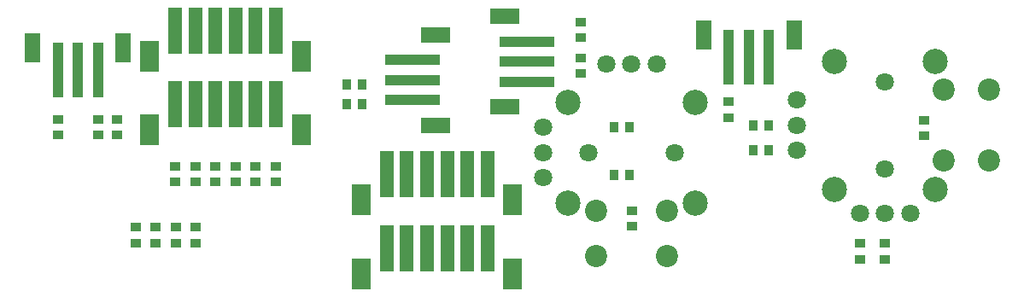
<source format=gbr>
%TF.GenerationSoftware,KiCad,Pcbnew,8.0.2*%
%TF.CreationDate,2025-04-19T09:34:17+08:00*%
%TF.ProjectId,ternel_handel,7465726e-656c-45f6-9861-6e64656c2e6b,rev?*%
%TF.SameCoordinates,PX5636500PY71de640*%
%TF.FileFunction,Soldermask,Top*%
%TF.FilePolarity,Negative*%
%FSLAX46Y46*%
G04 Gerber Fmt 4.6, Leading zero omitted, Abs format (unit mm)*
G04 Created by KiCad (PCBNEW 8.0.2) date 2025-04-19 09:34:17*
%MOMM*%
%LPD*%
G01*
G04 APERTURE LIST*
G04 Aperture macros list*
%AMRoundRect*
0 Rectangle with rounded corners*
0 $1 Rounding radius*
0 $2 $3 $4 $5 $6 $7 $8 $9 X,Y pos of 4 corners*
0 Add a 4 corners polygon primitive as box body*
4,1,4,$2,$3,$4,$5,$6,$7,$8,$9,$2,$3,0*
0 Add four circle primitives for the rounded corners*
1,1,$1+$1,$2,$3*
1,1,$1+$1,$4,$5*
1,1,$1+$1,$6,$7*
1,1,$1+$1,$8,$9*
0 Add four rect primitives between the rounded corners*
20,1,$1+$1,$2,$3,$4,$5,0*
20,1,$1+$1,$4,$5,$6,$7,0*
20,1,$1+$1,$6,$7,$8,$9,0*
20,1,$1+$1,$8,$9,$2,$3,0*%
G04 Aperture macros list end*
%ADD10R,0.980000X0.930000*%
%ADD11R,0.930000X0.980000*%
%ADD12R,1.000000X5.500000*%
%ADD13R,1.600000X3.000000*%
%ADD14RoundRect,0.050000X-0.600000X-2.250000X0.600000X-2.250000X0.600000X2.250000X-0.600000X2.250000X0*%
%ADD15RoundRect,0.050000X-0.900000X-1.500000X0.900000X-1.500000X0.900000X1.500000X-0.900000X1.500000X0*%
%ADD16R,5.500000X1.000000*%
%ADD17R,3.000000X1.600000*%
%ADD18C,1.800000*%
%ADD19C,2.500000*%
%ADD20C,2.200000*%
G04 APERTURE END LIST*
D10*
%TO.C,C15*%
X23309900Y22500000D03*
X23309900Y24040000D03*
%TD*%
%TO.C,C3*%
X91600000Y27030000D03*
X91600000Y28570000D03*
%TD*%
D11*
%TO.C,C8*%
X35840000Y30220000D03*
X34300000Y30220000D03*
%TD*%
D10*
%TO.C,C19*%
X17400000Y16430000D03*
X17400000Y17970000D03*
%TD*%
%TO.C,C5*%
X72190000Y30420000D03*
X72190000Y28880000D03*
%TD*%
%TO.C,C4*%
X62600000Y19608000D03*
X62600000Y18068000D03*
%TD*%
%TO.C,C18*%
X19350000Y16430000D03*
X19350000Y17970000D03*
%TD*%
D12*
%TO.C,J1*%
X76190000Y34818500D03*
X74190000Y34818500D03*
X72190000Y34818500D03*
D13*
X69690000Y37068500D03*
X78690000Y37068500D03*
%TD*%
D10*
%TO.C,C10*%
X9680000Y28670000D03*
X9680000Y27130000D03*
%TD*%
D14*
%TO.C,P3*%
X38290000Y23220000D03*
X40290000Y23220000D03*
X42290000Y23220000D03*
X44290000Y23220000D03*
X46290000Y23220000D03*
X48290000Y23220000D03*
D15*
X50790100Y20670000D03*
X35790100Y20670000D03*
%TD*%
D10*
%TO.C,C7*%
X57550000Y33220000D03*
X57550000Y34760000D03*
%TD*%
%TO.C,C16*%
X25309900Y22500000D03*
X25309900Y24040000D03*
%TD*%
D16*
%TO.C,J3*%
X40858500Y30580000D03*
X40858500Y32580000D03*
X40858500Y34580000D03*
D17*
X43108500Y37080000D03*
X43108500Y28080000D03*
%TD*%
D11*
%TO.C,C23*%
X74630000Y28089000D03*
X76170000Y28089000D03*
%TD*%
%TO.C,C2*%
X62370000Y27900000D03*
X60830000Y27900000D03*
%TD*%
D10*
%TO.C,C6*%
X57550000Y38320000D03*
X57550000Y36780000D03*
%TD*%
%TO.C,C21*%
X13400000Y16430000D03*
X13400000Y17970000D03*
%TD*%
%TO.C,C14*%
X21309900Y22500000D03*
X21309900Y24040000D03*
%TD*%
%TO.C,C25*%
X11600000Y28670000D03*
X11600000Y27130000D03*
%TD*%
%TO.C,C17*%
X27309900Y22500000D03*
X27309900Y24040000D03*
%TD*%
D14*
%TO.C,P4*%
X38290000Y15860000D03*
X40290000Y15860000D03*
X42290000Y15860000D03*
X44290000Y15860000D03*
X46290000Y15860000D03*
X48290000Y15860000D03*
D15*
X50790100Y13310000D03*
X35790100Y13310000D03*
%TD*%
D11*
%TO.C,C24*%
X62350000Y23150000D03*
X60810000Y23150000D03*
%TD*%
D14*
%TO.C,P2*%
X17309900Y30225000D03*
X19309900Y30225000D03*
X21309900Y30225000D03*
X23309900Y30225000D03*
X25309900Y30225000D03*
X27309900Y30225000D03*
D15*
X29810000Y27675000D03*
X14810000Y27675000D03*
%TD*%
D11*
%TO.C,C1*%
X74630000Y25590000D03*
X76170000Y25590000D03*
%TD*%
D14*
%TO.C,P1*%
X17309900Y37505000D03*
X19309900Y37505000D03*
X21309900Y37505000D03*
X23309900Y37505000D03*
X25309900Y37505000D03*
X27309900Y37505000D03*
D15*
X29810000Y34955000D03*
X14810000Y34955000D03*
%TD*%
D10*
%TO.C,C13*%
X19309900Y22500000D03*
X19309900Y24040000D03*
%TD*%
%TO.C,C20*%
X15400000Y16430000D03*
X15400000Y17970000D03*
%TD*%
%TO.C,C26*%
X85206500Y14810000D03*
X85206500Y16350000D03*
%TD*%
%TO.C,C11*%
X5680000Y28670000D03*
X5680000Y27130000D03*
%TD*%
%TO.C,C22*%
X87706500Y14810000D03*
X87706500Y16350000D03*
%TD*%
D12*
%TO.C,J4*%
X9680000Y33548500D03*
X7680000Y33548500D03*
X5680000Y33548500D03*
D13*
X3180000Y35798500D03*
X12180000Y35798500D03*
%TD*%
D11*
%TO.C,C9*%
X35840000Y32120000D03*
X34300000Y32120000D03*
%TD*%
D10*
%TO.C,C12*%
X17309900Y22500000D03*
X17309900Y24040000D03*
%TD*%
D16*
%TO.C,J2*%
X52231500Y36400000D03*
X52231500Y34400000D03*
X52231500Y32400000D03*
D17*
X49981500Y29900000D03*
X49981500Y38900000D03*
%TD*%
D18*
%TO.C,SW1*%
X87706500Y32390000D03*
X87706500Y23790000D03*
X90206500Y19360000D03*
X87706500Y19360000D03*
X85206500Y19360000D03*
X78976500Y25590000D03*
X78976500Y28089000D03*
X78976500Y30590000D03*
D19*
X82706500Y34414000D03*
X92706500Y34414000D03*
X92706500Y21764000D03*
X82706500Y21764000D03*
D20*
X93498500Y31609000D03*
X97998500Y31609000D03*
X93498500Y24609000D03*
X97998500Y24609000D03*
%TD*%
D18*
%TO.C,SW2*%
X66870000Y25400000D03*
X58270000Y25400000D03*
X53840000Y22900000D03*
X53840000Y25400000D03*
X53840000Y27900000D03*
X60070000Y34130000D03*
X62569000Y34130000D03*
X65070000Y34130000D03*
D19*
X68894000Y30400000D03*
X68894000Y20400000D03*
X56244000Y20400000D03*
X56244000Y30400000D03*
D20*
X66089000Y19608000D03*
X66089000Y15108000D03*
X59089000Y19608000D03*
X59089000Y15108000D03*
%TD*%
M02*

</source>
